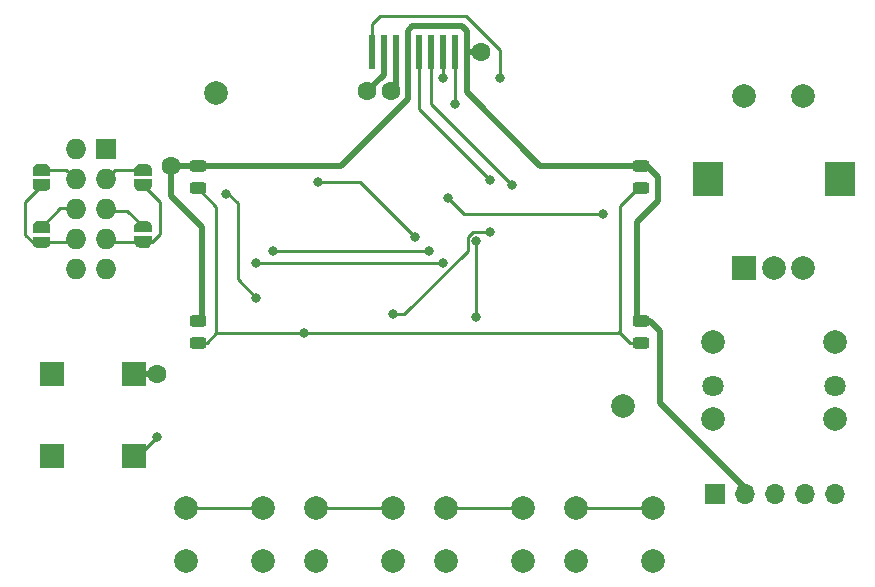
<source format=gbr>
%TF.GenerationSoftware,KiCad,Pcbnew,5.99.0-unknown-71ab42e60~106~ubuntu18.04.1*%
%TF.CreationDate,2021-01-06T07:49:34+01:00*%
%TF.ProjectId,tosta,746f7374-612e-46b6-9963-61645f706362,A*%
%TF.SameCoordinates,Original*%
%TF.FileFunction,Copper,L1,Top*%
%TF.FilePolarity,Positive*%
%FSLAX46Y46*%
G04 Gerber Fmt 4.6, Leading zero omitted, Abs format (unit mm)*
G04 Created by KiCad (PCBNEW 5.99.0-unknown-71ab42e60~106~ubuntu18.04.1) date 2021-01-06 07:49:34*
%MOMM*%
%LPD*%
G01*
G04 APERTURE LIST*
G04 Aperture macros list*
%AMRoundRect*
0 Rectangle with rounded corners*
0 $1 Rounding radius*
0 $2 $3 $4 $5 $6 $7 $8 $9 X,Y pos of 4 corners*
0 Add a 4 corners polygon primitive as box body*
4,1,4,$2,$3,$4,$5,$6,$7,$8,$9,$2,$3,0*
0 Add four circle primitives for the rounded corners*
1,1,$1+$1,$2,$3,0*
1,1,$1+$1,$4,$5,0*
1,1,$1+$1,$6,$7,0*
1,1,$1+$1,$8,$9,0*
0 Add four rect primitives between the rounded corners*
20,1,$1+$1,$2,$3,$4,$5,0*
20,1,$1+$1,$4,$5,$6,$7,0*
20,1,$1+$1,$6,$7,$8,$9,0*
20,1,$1+$1,$8,$9,$2,$3,0*%
G04 Aperture macros list end*
%TA.AperFunction,ComponentPad*%
%ADD10C,2.000000*%
%TD*%
%TA.AperFunction,SMDPad,CuDef*%
%ADD11R,0.600000X3.000000*%
%TD*%
%TA.AperFunction,SMDPad,CuDef*%
%ADD12RoundRect,0.243750X0.456250X-0.243750X0.456250X0.243750X-0.456250X0.243750X-0.456250X-0.243750X0*%
%TD*%
%TA.AperFunction,ComponentPad*%
%ADD13R,2.000000X2.000000*%
%TD*%
%TA.AperFunction,ComponentPad*%
%ADD14R,2.500000X3.000000*%
%TD*%
%TA.AperFunction,SMDPad,CuDef*%
%ADD15R,2.000000X2.000000*%
%TD*%
%TA.AperFunction,ComponentPad*%
%ADD16C,1.800000*%
%TD*%
%TA.AperFunction,ComponentPad*%
%ADD17R,1.727200X1.727200*%
%TD*%
%TA.AperFunction,ComponentPad*%
%ADD18O,1.727200X1.727200*%
%TD*%
%TA.AperFunction,ComponentPad*%
%ADD19R,1.700000X1.700000*%
%TD*%
%TA.AperFunction,ComponentPad*%
%ADD20O,1.700000X1.700000*%
%TD*%
%TA.AperFunction,ViaPad*%
%ADD21C,1.600000*%
%TD*%
%TA.AperFunction,ViaPad*%
%ADD22C,0.800000*%
%TD*%
%TA.AperFunction,Conductor*%
%ADD23C,0.500000*%
%TD*%
%TA.AperFunction,Conductor*%
%ADD24C,0.250000*%
%TD*%
G04 APERTURE END LIST*
D10*
X65223864Y-55940000D03*
X99723864Y-82440000D03*
D11*
X78473864Y-52440000D03*
X79473864Y-52440000D03*
X80473864Y-52440000D03*
X81473864Y-52440000D03*
X82473864Y-52440000D03*
X83473864Y-52440000D03*
X84473864Y-52440000D03*
X85473864Y-52440000D03*
X86473864Y-52440000D03*
D12*
X101213864Y-63967000D03*
X101213864Y-62092000D03*
X101213864Y-77067000D03*
X101213864Y-75192000D03*
X63713864Y-77067000D03*
X63713864Y-75192000D03*
X63713864Y-63967000D03*
X63713864Y-62092000D03*
D10*
X69223864Y-91050000D03*
X62723864Y-91050000D03*
X69223864Y-95550000D03*
X62723864Y-95550000D03*
X91223864Y-91050000D03*
X84723864Y-91050000D03*
X91223864Y-95550000D03*
X84723864Y-95550000D03*
X102223864Y-91050000D03*
X95723864Y-91050000D03*
X102223864Y-95550000D03*
X95723864Y-95550000D03*
X80223864Y-91050000D03*
X73723864Y-91050000D03*
X80223864Y-95550000D03*
X73723864Y-95550000D03*
D13*
X109973864Y-70702102D03*
D10*
X114973864Y-70702102D03*
X112473864Y-70702102D03*
D14*
X106873864Y-63202102D03*
X118073864Y-63202102D03*
D10*
X109973864Y-56202102D03*
X114973864Y-56202102D03*
D15*
X51323864Y-86660000D03*
X51323864Y-79660000D03*
X58323864Y-86660000D03*
X58323864Y-79660000D03*
%TA.AperFunction,SMDPad,CuDef*%
G36*
X59823864Y-63210001D02*
G01*
X59823864Y-63710000D01*
X59818897Y-63710000D01*
X59817432Y-63789941D01*
X59775157Y-63925256D01*
X59696602Y-64043266D01*
X59588083Y-64134486D01*
X59458323Y-64191581D01*
X59323863Y-64209164D01*
X59323863Y-64210000D01*
X58823864Y-64210000D01*
X58823864Y-64209164D01*
X58817755Y-64209963D01*
X58677678Y-64188152D01*
X58549353Y-64127903D01*
X58443095Y-64034059D01*
X58367447Y-63914164D01*
X58328490Y-63777857D01*
X58328905Y-63710000D01*
X58323864Y-63710000D01*
X58323864Y-63210000D01*
X59823864Y-63210001D01*
G37*
%TD.AperFunction*%
%TA.AperFunction,SMDPad,CuDef*%
G36*
X58328905Y-62410000D02*
G01*
X58329356Y-62336095D01*
X58369975Y-62200274D01*
X58447082Y-62081312D01*
X58554479Y-61988774D01*
X58683532Y-61930097D01*
X58823865Y-61910000D01*
X59323864Y-61910000D01*
X59336080Y-61910149D01*
X59475881Y-61933669D01*
X59603460Y-61995482D01*
X59708564Y-62090617D01*
X59782741Y-62211427D01*
X59820030Y-62348200D01*
X59818897Y-62410000D01*
X59823864Y-62410000D01*
X59823864Y-62910000D01*
X58323864Y-62909999D01*
X58323864Y-62410000D01*
X58328905Y-62410000D01*
G37*
%TD.AperFunction*%
D10*
X107323864Y-77010000D03*
D16*
X107323864Y-80710000D03*
D10*
X117623864Y-77010000D03*
X107323864Y-83510000D03*
D16*
X117623864Y-80710000D03*
D10*
X117623864Y-83510000D03*
%TA.AperFunction,SMDPad,CuDef*%
G36*
X59823864Y-68010001D02*
G01*
X59823864Y-68510000D01*
X59818897Y-68510000D01*
X59817432Y-68589941D01*
X59775157Y-68725256D01*
X59696602Y-68843266D01*
X59588083Y-68934486D01*
X59458323Y-68991581D01*
X59323863Y-69009164D01*
X59323863Y-69010000D01*
X58823864Y-69010000D01*
X58823864Y-69009164D01*
X58817755Y-69009963D01*
X58677678Y-68988152D01*
X58549353Y-68927903D01*
X58443095Y-68834059D01*
X58367447Y-68714164D01*
X58328490Y-68577857D01*
X58328905Y-68510000D01*
X58323864Y-68510000D01*
X58323864Y-68010000D01*
X59823864Y-68010001D01*
G37*
%TD.AperFunction*%
%TA.AperFunction,SMDPad,CuDef*%
G36*
X58328905Y-67210000D02*
G01*
X58329356Y-67136095D01*
X58369975Y-67000274D01*
X58447082Y-66881312D01*
X58554479Y-66788774D01*
X58683532Y-66730097D01*
X58823865Y-66710000D01*
X59323864Y-66710000D01*
X59336080Y-66710149D01*
X59475881Y-66733669D01*
X59603460Y-66795482D01*
X59708564Y-66890617D01*
X59782741Y-67011427D01*
X59820030Y-67148200D01*
X59818897Y-67210000D01*
X59823864Y-67210000D01*
X59823864Y-67710000D01*
X58323864Y-67709999D01*
X58323864Y-67210000D01*
X58328905Y-67210000D01*
G37*
%TD.AperFunction*%
%TA.AperFunction,SMDPad,CuDef*%
G36*
X51223864Y-63210001D02*
G01*
X51223864Y-63710000D01*
X51218897Y-63710000D01*
X51217432Y-63789941D01*
X51175157Y-63925256D01*
X51096602Y-64043266D01*
X50988083Y-64134486D01*
X50858323Y-64191581D01*
X50723863Y-64209164D01*
X50723863Y-64210000D01*
X50223864Y-64210000D01*
X50223864Y-64209164D01*
X50217755Y-64209963D01*
X50077678Y-64188152D01*
X49949353Y-64127903D01*
X49843095Y-64034059D01*
X49767447Y-63914164D01*
X49728490Y-63777857D01*
X49728905Y-63710000D01*
X49723864Y-63710000D01*
X49723864Y-63210000D01*
X51223864Y-63210001D01*
G37*
%TD.AperFunction*%
%TA.AperFunction,SMDPad,CuDef*%
G36*
X49728905Y-62410000D02*
G01*
X49729356Y-62336095D01*
X49769975Y-62200274D01*
X49847082Y-62081312D01*
X49954479Y-61988774D01*
X50083532Y-61930097D01*
X50223865Y-61910000D01*
X50723864Y-61910000D01*
X50736080Y-61910149D01*
X50875881Y-61933669D01*
X51003460Y-61995482D01*
X51108564Y-62090617D01*
X51182741Y-62211427D01*
X51220030Y-62348200D01*
X51218897Y-62410000D01*
X51223864Y-62410000D01*
X51223864Y-62910000D01*
X49723864Y-62909999D01*
X49723864Y-62410000D01*
X49728905Y-62410000D01*
G37*
%TD.AperFunction*%
%TA.AperFunction,SMDPad,CuDef*%
G36*
X51223864Y-68060001D02*
G01*
X51223864Y-68560000D01*
X51218897Y-68560000D01*
X51217432Y-68639941D01*
X51175157Y-68775256D01*
X51096602Y-68893266D01*
X50988083Y-68984486D01*
X50858323Y-69041581D01*
X50723863Y-69059164D01*
X50723863Y-69060000D01*
X50223864Y-69060000D01*
X50223864Y-69059164D01*
X50217755Y-69059963D01*
X50077678Y-69038152D01*
X49949353Y-68977903D01*
X49843095Y-68884059D01*
X49767447Y-68764164D01*
X49728490Y-68627857D01*
X49728905Y-68560000D01*
X49723864Y-68560000D01*
X49723864Y-68060000D01*
X51223864Y-68060001D01*
G37*
%TD.AperFunction*%
%TA.AperFunction,SMDPad,CuDef*%
G36*
X49728905Y-67260000D02*
G01*
X49729356Y-67186095D01*
X49769975Y-67050274D01*
X49847082Y-66931312D01*
X49954479Y-66838774D01*
X50083532Y-66780097D01*
X50223865Y-66760000D01*
X50723864Y-66760000D01*
X50736080Y-66760149D01*
X50875881Y-66783669D01*
X51003460Y-66845482D01*
X51108564Y-66940617D01*
X51182741Y-67061427D01*
X51220030Y-67198200D01*
X51218897Y-67260000D01*
X51223864Y-67260000D01*
X51223864Y-67760000D01*
X49723864Y-67759999D01*
X49723864Y-67260000D01*
X49728905Y-67260000D01*
G37*
%TD.AperFunction*%
D17*
X55924864Y-60672500D03*
D18*
X53384864Y-60672500D03*
X55924864Y-63212500D03*
X53384864Y-63212500D03*
X55924864Y-65752500D03*
X53384864Y-65752500D03*
X55924864Y-68292500D03*
X53384864Y-68292500D03*
X55924864Y-70832500D03*
X53384864Y-70832500D03*
D19*
X107473864Y-89860000D03*
D20*
X110013864Y-89860000D03*
X112553864Y-89860000D03*
X115093864Y-89860000D03*
X117633864Y-89860000D03*
D21*
X80050000Y-55760000D03*
X60273864Y-79660000D03*
D22*
X60273864Y-85060000D03*
D21*
X61473864Y-62060000D03*
X87673864Y-52460000D03*
D22*
X72673864Y-76260000D03*
X84873864Y-64760000D03*
X97973864Y-66160000D03*
D21*
X78060000Y-55760000D03*
D22*
X88473864Y-63260000D03*
X84473864Y-54660000D03*
X85473864Y-56860000D03*
X90273864Y-63660000D03*
X89273864Y-54660000D03*
X88473864Y-67660000D03*
X80273864Y-74660000D03*
X84473864Y-70260000D03*
X68673864Y-70260000D03*
X83273864Y-69260000D03*
X70073864Y-69260000D03*
X68673864Y-73260000D03*
X66073864Y-64460000D03*
X82073864Y-68060000D03*
X73873865Y-63459999D03*
X87273864Y-68460000D03*
X87273864Y-74860000D03*
D23*
X58323864Y-79660000D02*
X60273864Y-79660000D01*
X80473864Y-52440000D02*
X80473864Y-55336136D01*
X80473864Y-55336136D02*
X80050000Y-55760000D01*
D24*
X60273864Y-85060000D02*
X58673864Y-86660000D01*
D23*
X81473864Y-52440000D02*
X81473864Y-56446136D01*
X102673864Y-65060000D02*
X102673864Y-63060000D01*
X64073864Y-67260000D02*
X61473864Y-64660000D01*
X102873864Y-76060000D02*
X102005864Y-75192000D01*
X92705864Y-62092000D02*
X101213864Y-62092000D01*
X110013864Y-89330000D02*
X102873864Y-82190000D01*
X100873864Y-66860000D02*
X102673864Y-65060000D01*
X87653864Y-52440000D02*
X87673864Y-52460000D01*
X86073864Y-50260000D02*
X86473864Y-50660000D01*
X61473864Y-64660000D02*
X61473864Y-62060000D01*
X75860000Y-62060000D02*
X61473864Y-62060000D01*
X102005864Y-75192000D02*
X101213864Y-75192000D01*
X100873864Y-74852000D02*
X100873864Y-66860000D01*
X63713864Y-75192000D02*
X64073864Y-74832000D01*
X64073864Y-74832000D02*
X64073864Y-67260000D01*
X81473864Y-56446136D02*
X75860000Y-62060000D01*
X101213864Y-75192000D02*
X100873864Y-74852000D01*
X86473864Y-55860000D02*
X92705864Y-62092000D01*
X81473864Y-52440000D02*
X81473864Y-50660000D01*
X102673864Y-63060000D02*
X101705864Y-62092000D01*
X81473864Y-50660000D02*
X81873864Y-50260000D01*
X86473864Y-52440000D02*
X86473864Y-55860000D01*
X86473864Y-52440000D02*
X87653864Y-52440000D01*
X81873864Y-50260000D02*
X86073864Y-50260000D01*
X102873864Y-82190000D02*
X102873864Y-76060000D01*
X101705864Y-62092000D02*
X101213864Y-62092000D01*
X86473864Y-50660000D02*
X86473864Y-52440000D01*
D24*
X100280864Y-77067000D02*
X101213864Y-77067000D01*
X72673864Y-76260000D02*
X99273864Y-76260000D01*
X65273864Y-65527000D02*
X63713864Y-63967000D01*
X99473864Y-76060000D02*
X99473864Y-76260000D01*
X99473864Y-76260000D02*
X100280864Y-77067000D01*
X100966864Y-63967000D02*
X99473864Y-65460000D01*
X99473864Y-65460000D02*
X99473864Y-76060000D01*
X65273864Y-76060000D02*
X65273864Y-65527000D01*
X99273864Y-76260000D02*
X99473864Y-76060000D01*
X65273864Y-76260000D02*
X65273864Y-76060000D01*
X64466864Y-77067000D02*
X65273864Y-76260000D01*
X63713864Y-77067000D02*
X64466864Y-77067000D01*
X72673864Y-76260000D02*
X65273864Y-76260000D01*
X86273864Y-66160000D02*
X84873864Y-64760000D01*
X97973864Y-66160000D02*
X86273864Y-66160000D01*
D23*
X79473864Y-52440000D02*
X79473864Y-54346136D01*
X79473864Y-54346136D02*
X78060000Y-55760000D01*
D24*
X62723864Y-91050000D02*
X69223864Y-91050000D01*
X73723864Y-91050000D02*
X80223864Y-91050000D01*
X84723864Y-91050000D02*
X91223864Y-91050000D01*
X95723864Y-91050000D02*
X102223864Y-91050000D01*
X82473864Y-52440000D02*
X82473864Y-57260000D01*
X82473864Y-57260000D02*
X88473864Y-63260000D01*
X84473864Y-52440000D02*
X84473864Y-54660000D01*
X85473864Y-57060000D02*
X85473864Y-52440000D01*
X90273864Y-63660000D02*
X83473864Y-56860000D01*
X83473864Y-56860000D02*
X83473864Y-52440000D01*
X86406365Y-49360000D02*
X79173864Y-49360000D01*
X78473864Y-50060000D02*
X78473864Y-52440000D01*
X79173864Y-49360000D02*
X78473864Y-50060000D01*
X89273864Y-52227499D02*
X86406365Y-49360000D01*
X89273864Y-54660000D02*
X89273864Y-52227499D01*
X80273864Y-74660000D02*
X81146866Y-74660000D01*
X81146866Y-74660000D02*
X86548863Y-69258003D01*
X86548863Y-69258003D02*
X86548863Y-68111999D01*
X86548863Y-68111999D02*
X87000862Y-67660000D01*
X87000862Y-67660000D02*
X88473864Y-67660000D01*
X49728905Y-68560000D02*
X50473864Y-68560000D01*
X49073864Y-65110000D02*
X49073864Y-67904959D01*
X50473864Y-63710000D02*
X49073864Y-65110000D01*
X50473864Y-68560000D02*
X53117364Y-68560000D01*
X49073864Y-67904959D02*
X49728905Y-68560000D01*
X59073864Y-68510000D02*
X56142364Y-68510000D01*
X59073864Y-63710000D02*
X60473864Y-65110000D01*
X60473864Y-67855033D02*
X59818897Y-68510000D01*
X59818897Y-68510000D02*
X59073864Y-68510000D01*
X60473864Y-65110000D02*
X60473864Y-67855033D01*
X52073864Y-65660000D02*
X53292364Y-65660000D01*
X50473864Y-67260000D02*
X52073864Y-65660000D01*
X84473864Y-70260000D02*
X68673864Y-70260000D01*
X57723864Y-65860000D02*
X56032364Y-65860000D01*
X83273864Y-69260000D02*
X70073864Y-69260000D01*
X59073864Y-67210000D02*
X57723864Y-65860000D01*
X66073864Y-64460000D02*
X66273864Y-64460000D01*
X66273864Y-64460000D02*
X67073864Y-65260000D01*
X50473864Y-62410000D02*
X52582364Y-62410000D01*
X67073864Y-71660000D02*
X68673864Y-73260000D01*
X52582364Y-62410000D02*
X53384864Y-63212500D01*
X67073864Y-65260000D02*
X67073864Y-71660000D01*
X56727364Y-62410000D02*
X55924864Y-63212500D01*
X77473864Y-63460000D02*
X82073864Y-68060000D01*
X59073864Y-62410000D02*
X56727364Y-62410000D01*
X73873865Y-63459999D02*
X77473864Y-63460000D01*
X87273864Y-68460000D02*
X87273864Y-74860000D01*
M02*

</source>
